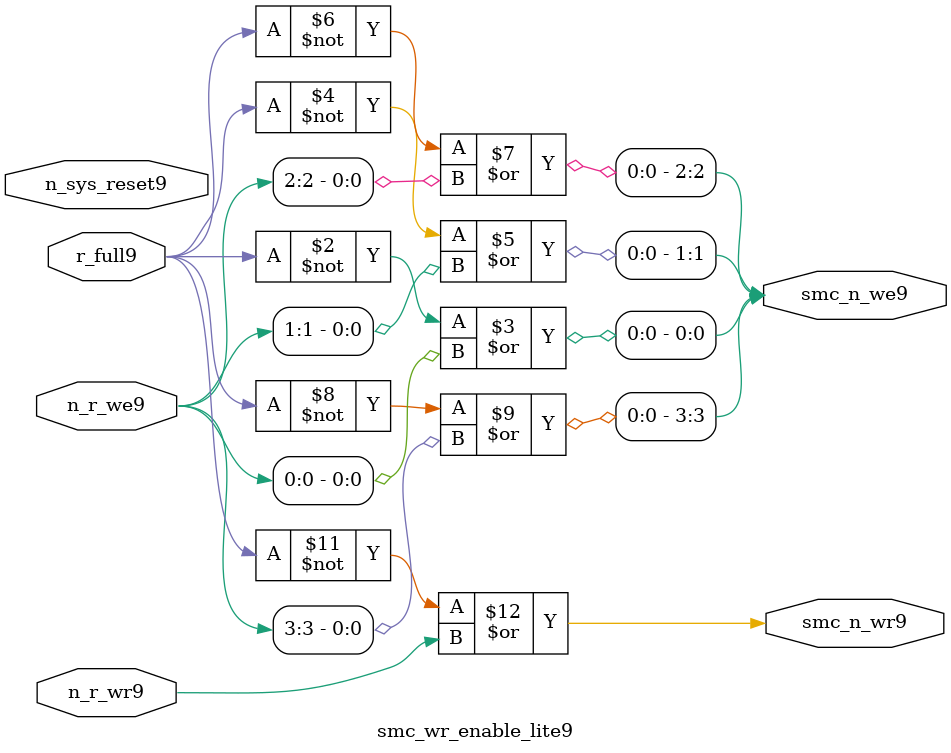
<source format=v>


  module smc_wr_enable_lite9 (

                      //inputs9                      

                      n_sys_reset9,
                      r_full9,
                      n_r_we9,
                      n_r_wr9,

                      //outputs9

                      smc_n_we9,
                      smc_n_wr9);

//I9/O9
   
   input             n_sys_reset9;   //system reset
   input             r_full9;    // Full cycle write strobe9
   input [3:0]       n_r_we9;    //write enable from smc_strobe9
   input             n_r_wr9;    //write strobe9 from smc_strobe9
   output [3:0]      smc_n_we9;  // write enable (active low9)
   output            smc_n_wr9;  // write strobe9 (active low9)
   
   
//output reg declaration9.
   
   reg [3:0]          smc_n_we9;
   reg                smc_n_wr9;

//----------------------------------------------------------------------
// negedge strobes9 with clock9.
//----------------------------------------------------------------------
      

//----------------------------------------------------------------------
      
//--------------------------------------------------------------------
// Gate9 Write strobes9 with clock9.
//--------------------------------------------------------------------

  always @(r_full9 or n_r_we9)
  
  begin
  
     smc_n_we9[0] = ((~r_full9  ) | n_r_we9[0] );

     smc_n_we9[1] = ((~r_full9  ) | n_r_we9[1] );

     smc_n_we9[2] = ((~r_full9  ) | n_r_we9[2] );

     smc_n_we9[3] = ((~r_full9  ) | n_r_we9[3] );

  
  end

//--------------------------------------------------------------------   
//write strobe9 generation9
//--------------------------------------------------------------------   

  always @(n_r_wr9 or r_full9 )
  
     begin
  
        smc_n_wr9 = ((~r_full9 ) | n_r_wr9 );
       
     end

endmodule // smc_wr_enable9


</source>
